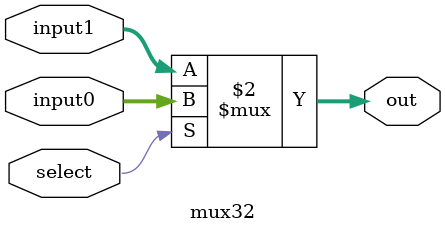
<source format=v>
module mux32(out,input0,input1,select);
  input [31:0] input0,input1;
  input select;
  output [31:0] out;
  assign out = (select==1'b0) ? input1:input0;
endmodule
</source>
